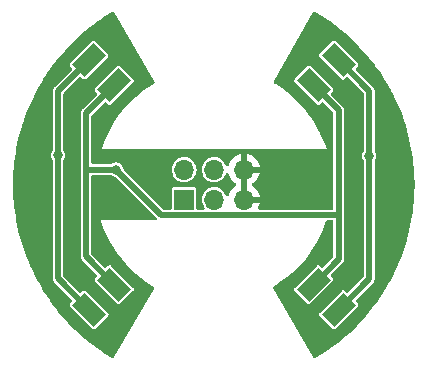
<source format=gbr>
%TF.GenerationSoftware,KiCad,Pcbnew,(7.0.0)*%
%TF.CreationDate,2023-11-14T12:34:17+01:00*%
%TF.ProjectId,Helios_PCB_emitter,48656c69-6f73-45f5-9043-425f656d6974,rev?*%
%TF.SameCoordinates,Original*%
%TF.FileFunction,Copper,L1,Top*%
%TF.FilePolarity,Positive*%
%FSLAX46Y46*%
G04 Gerber Fmt 4.6, Leading zero omitted, Abs format (unit mm)*
G04 Created by KiCad (PCBNEW (7.0.0)) date 2023-11-14 12:34:17*
%MOMM*%
%LPD*%
G01*
G04 APERTURE LIST*
G04 Aperture macros list*
%AMRotRect*
0 Rectangle, with rotation*
0 The origin of the aperture is its center*
0 $1 length*
0 $2 width*
0 $3 Rotation angle, in degrees counterclockwise*
0 Add horizontal line*
21,1,$1,$2,0,0,$3*%
G04 Aperture macros list end*
%TA.AperFunction,SMDPad,CuDef*%
%ADD10RotRect,1.500000X2.600000X135.000000*%
%TD*%
%TA.AperFunction,SMDPad,CuDef*%
%ADD11RotRect,1.500000X2.600000X225.000000*%
%TD*%
%TA.AperFunction,SMDPad,CuDef*%
%ADD12RotRect,1.500000X2.600000X315.000000*%
%TD*%
%TA.AperFunction,ComponentPad*%
%ADD13R,1.700000X1.700000*%
%TD*%
%TA.AperFunction,ComponentPad*%
%ADD14O,1.700000X1.700000*%
%TD*%
%TA.AperFunction,SMDPad,CuDef*%
%ADD15RotRect,1.500000X2.600000X45.000000*%
%TD*%
%TA.AperFunction,ViaPad*%
%ADD16C,0.800000*%
%TD*%
%TA.AperFunction,Conductor*%
%ADD17C,0.500000*%
%TD*%
G04 APERTURE END LIST*
D10*
%TO.P,D1,1,K*%
%TO.N,Net-(D0-K)*%
X175560659Y-110560659D03*
%TO.P,D1,2,A*%
%TO.N,Net-(D0-A)*%
X173439339Y-108439339D03*
%TD*%
D11*
%TO.P,D0,1,K*%
%TO.N,Net-(D0-K)*%
X175560659Y-89439339D03*
%TO.P,D0,2,A*%
%TO.N,Net-(D0-A)*%
X173439339Y-91560659D03*
%TD*%
D12*
%TO.P,D3,1,K*%
%TO.N,Net-(D0-K)*%
X154439339Y-89439339D03*
%TO.P,D3,2,A*%
%TO.N,Net-(D0-A)*%
X156560659Y-91560659D03*
%TD*%
D13*
%TO.P,J1,1,Pin_1*%
%TO.N,VCC*%
X162474999Y-101249399D03*
D14*
%TO.P,J1,2,Pin_2*%
X162474999Y-98709399D03*
%TO.P,J1,3,Pin_3*%
%TO.N,S0*%
X165014999Y-101249399D03*
%TO.P,J1,4,Pin_4*%
%TO.N,S1*%
X165014999Y-98709399D03*
%TO.P,J1,5,Pin_5*%
%TO.N,GND*%
X167554999Y-101249399D03*
%TO.P,J1,6,Pin_6*%
X167554999Y-98709399D03*
%TD*%
D15*
%TO.P,D2,1,K*%
%TO.N,Net-(D0-K)*%
X154439339Y-110560659D03*
%TO.P,D2,2,A*%
%TO.N,Net-(D0-A)*%
X156560659Y-108439339D03*
%TD*%
D16*
%TO.N,Net-(D0-K)*%
X178155600Y-97536000D03*
X151801600Y-97485200D03*
%TO.N,Net-(D0-A)*%
X156718000Y-98704400D03*
%TD*%
D17*
%TO.N,Net-(D0-K)*%
X178155600Y-97536000D02*
X178155600Y-107965720D01*
X178155600Y-107965720D02*
X175560660Y-110560660D01*
X151801600Y-92077080D02*
X154439340Y-89439340D01*
X178155600Y-92034280D02*
X175560660Y-89439340D01*
X151801600Y-97485200D02*
X151801600Y-92077080D01*
X151801600Y-107922920D02*
X154439340Y-110560660D01*
X151801600Y-97485200D02*
X151801600Y-107922920D01*
X178155600Y-97536000D02*
X178155600Y-92034280D01*
%TO.N,Net-(D0-A)*%
X175560660Y-93681980D02*
X173439340Y-91560660D01*
X160563000Y-102549400D02*
X175525660Y-102549400D01*
X156560660Y-108439340D02*
X154178000Y-106056680D01*
X154178000Y-106056680D02*
X154178000Y-98704400D01*
X154178000Y-97891600D02*
X154178000Y-93943320D01*
X154178000Y-98704400D02*
X154178000Y-97891600D01*
X175560660Y-102514400D02*
X175560660Y-106318020D01*
X175525660Y-102549400D02*
X175560660Y-102514400D01*
X175560660Y-102514400D02*
X175560660Y-93681980D01*
X154178000Y-93943320D02*
X156560660Y-91560660D01*
X156718000Y-98704400D02*
X154178000Y-98704400D01*
X175560660Y-106318020D02*
X173439340Y-108439340D01*
X156718000Y-98704400D02*
X160563000Y-102549400D01*
%TD*%
%TA.AperFunction,Conductor*%
%TO.N,GND*%
G36*
X156529222Y-85336528D02*
G01*
X156576168Y-85383179D01*
X159943540Y-91226560D01*
X159962175Y-91258897D01*
X159979005Y-91321911D01*
X159962073Y-91384898D01*
X159915915Y-91430980D01*
X159780618Y-91508945D01*
X159780597Y-91508957D01*
X159779061Y-91509843D01*
X159777573Y-91510817D01*
X159777561Y-91510825D01*
X159304647Y-91820579D01*
X159304620Y-91820597D01*
X159303154Y-91821558D01*
X159301731Y-91822610D01*
X159301712Y-91822624D01*
X158847258Y-92158844D01*
X158847240Y-92158857D01*
X158845806Y-92159919D01*
X158844449Y-92161048D01*
X158844420Y-92161071D01*
X158409894Y-92522670D01*
X158409868Y-92522692D01*
X158408510Y-92523823D01*
X158407199Y-92525046D01*
X158407190Y-92525055D01*
X157994006Y-92910853D01*
X157992688Y-92912084D01*
X157991464Y-92913364D01*
X157991449Y-92913380D01*
X157605581Y-93317278D01*
X157599696Y-93323438D01*
X157598543Y-93324790D01*
X157598531Y-93324805D01*
X157231990Y-93755164D01*
X157231969Y-93755189D01*
X157230815Y-93756545D01*
X157229725Y-93757982D01*
X157229719Y-93757991D01*
X156888338Y-94208550D01*
X156888328Y-94208563D01*
X156887246Y-94209992D01*
X156886240Y-94211489D01*
X156886238Y-94211493D01*
X156571102Y-94680822D01*
X156571084Y-94680848D01*
X156570108Y-94682304D01*
X156569208Y-94683824D01*
X156569205Y-94683830D01*
X156281347Y-95170398D01*
X156281334Y-95170420D01*
X156280435Y-95171941D01*
X156279616Y-95173524D01*
X156279605Y-95173545D01*
X156020005Y-95675692D01*
X156019992Y-95675717D01*
X156019171Y-95677307D01*
X156018443Y-95678936D01*
X156018429Y-95678966D01*
X155787908Y-96195094D01*
X155787898Y-96195116D01*
X155787166Y-96196757D01*
X155786527Y-96198437D01*
X155786523Y-96198449D01*
X155589924Y-96716098D01*
X155585177Y-96728598D01*
X155584646Y-96730278D01*
X155584634Y-96730314D01*
X155504414Y-96984360D01*
X155504414Y-96984362D01*
X155499534Y-96999817D01*
X155499459Y-97000000D01*
X155499468Y-97000022D01*
X155499373Y-97000326D01*
X155499825Y-97000468D01*
X155499901Y-97000500D01*
X155499923Y-97000499D01*
X155500326Y-97000627D01*
X155500366Y-97000499D01*
X174542143Y-96987076D01*
X174542184Y-96987203D01*
X174542586Y-96987076D01*
X174542610Y-96987076D01*
X174542688Y-96987043D01*
X174543137Y-96986902D01*
X174543041Y-96986598D01*
X174543051Y-96986576D01*
X174542981Y-96986407D01*
X174457104Y-96714402D01*
X174254593Y-96181036D01*
X174022028Y-95660072D01*
X173988553Y-95595277D01*
X173760983Y-95154782D01*
X173760979Y-95154776D01*
X173760166Y-95153201D01*
X173469857Y-94662069D01*
X173152042Y-94188272D01*
X173147382Y-94182115D01*
X173005267Y-93994330D01*
X172807755Y-93733347D01*
X172438113Y-93298773D01*
X172149963Y-92996708D01*
X172045550Y-92887252D01*
X172045540Y-92887242D01*
X172044317Y-92885960D01*
X171627646Y-92496248D01*
X171189452Y-92130905D01*
X171188017Y-92129841D01*
X171188003Y-92129830D01*
X170732611Y-91792192D01*
X170732604Y-91792187D01*
X170731158Y-91791115D01*
X170541431Y-91666541D01*
X170255773Y-91478979D01*
X170255763Y-91478973D01*
X170254254Y-91477982D01*
X170252701Y-91477085D01*
X170252687Y-91477076D01*
X170168192Y-91428255D01*
X170116457Y-91398362D01*
X170070418Y-91352338D01*
X170053495Y-91289478D01*
X170070205Y-91226562D01*
X173422685Y-85383511D01*
X173469611Y-85336733D01*
X173533786Y-85320232D01*
X173597458Y-85338573D01*
X174175822Y-85690429D01*
X174180853Y-85693656D01*
X174661767Y-86018578D01*
X174661910Y-86018737D01*
X174661939Y-86018695D01*
X174853484Y-86148573D01*
X174858187Y-86151922D01*
X175271481Y-86460811D01*
X175509196Y-86639504D01*
X175513531Y-86642918D01*
X175800374Y-86879401D01*
X175890131Y-86953400D01*
X175890507Y-86953712D01*
X176140375Y-87161345D01*
X176144537Y-87164960D01*
X176494330Y-87482499D01*
X176494615Y-87482760D01*
X176494908Y-87483028D01*
X176745740Y-87713024D01*
X176749622Y-87716739D01*
X177076899Y-88043587D01*
X177077441Y-88044132D01*
X177323804Y-88293190D01*
X177327407Y-88296986D01*
X177552629Y-88544432D01*
X177634296Y-88634158D01*
X177634871Y-88634795D01*
X177873256Y-88900524D01*
X177876581Y-88904384D01*
X178163858Y-89251908D01*
X178164522Y-89252718D01*
X178392808Y-89533601D01*
X178395857Y-89537507D01*
X178664045Y-89895364D01*
X178664752Y-89896317D01*
X178881254Y-90190949D01*
X178884031Y-90194883D01*
X179133269Y-90562739D01*
X179134007Y-90563841D01*
X179337465Y-90871044D01*
X179339974Y-90874990D01*
X179570202Y-91252315D01*
X179570958Y-91253570D01*
X179760392Y-91572317D01*
X179762621Y-91576226D01*
X179973765Y-91962524D01*
X179974500Y-91963890D01*
X180001928Y-92015626D01*
X180149012Y-92293065D01*
X180151004Y-92296985D01*
X180342878Y-92691597D01*
X180343630Y-92693172D01*
X180502492Y-93031732D01*
X180504235Y-93035616D01*
X180676617Y-93437793D01*
X180677346Y-93439531D01*
X180819951Y-93786475D01*
X180821455Y-93790308D01*
X180974169Y-94199378D01*
X180974861Y-94201280D01*
X181100718Y-94555684D01*
X181101990Y-94559453D01*
X181141297Y-94682304D01*
X181234780Y-94974483D01*
X181235410Y-94976512D01*
X181344098Y-95337459D01*
X181345149Y-95341151D01*
X181457855Y-95761410D01*
X181458431Y-95763640D01*
X181549540Y-96130009D01*
X181550380Y-96133612D01*
X181642844Y-96558294D01*
X181643340Y-96560686D01*
X181716578Y-96931521D01*
X181717219Y-96935022D01*
X181728071Y-96999499D01*
X181760130Y-97189988D01*
X181789272Y-97363136D01*
X181789674Y-97365687D01*
X181844827Y-97740131D01*
X181845279Y-97743521D01*
X181896819Y-98174223D01*
X181897114Y-98176929D01*
X181933987Y-98553929D01*
X181934263Y-98557198D01*
X181965222Y-98989701D01*
X181965394Y-98992557D01*
X181983854Y-99370956D01*
X181983968Y-99374095D01*
X181994296Y-99807549D01*
X181994332Y-99810550D01*
X181994332Y-100189450D01*
X181994296Y-100192451D01*
X181983968Y-100625903D01*
X181983854Y-100629042D01*
X181965394Y-101007441D01*
X181965222Y-101010297D01*
X181934263Y-101442800D01*
X181933987Y-101446069D01*
X181897114Y-101823069D01*
X181896819Y-101825775D01*
X181845279Y-102256477D01*
X181844827Y-102259867D01*
X181789674Y-102634311D01*
X181789272Y-102636862D01*
X181717219Y-103064976D01*
X181716578Y-103068477D01*
X181643340Y-103439312D01*
X181642844Y-103441704D01*
X181550380Y-103866386D01*
X181549540Y-103869989D01*
X181458431Y-104236358D01*
X181457855Y-104238588D01*
X181345149Y-104658847D01*
X181344098Y-104662539D01*
X181235410Y-105023486D01*
X181234768Y-105025553D01*
X181101990Y-105440545D01*
X181100718Y-105444314D01*
X180974861Y-105798718D01*
X180974169Y-105800620D01*
X180821455Y-106209690D01*
X180819951Y-106213523D01*
X180677346Y-106560467D01*
X180676617Y-106562205D01*
X180504235Y-106964382D01*
X180502492Y-106968266D01*
X180343630Y-107306826D01*
X180342878Y-107308401D01*
X180151004Y-107703013D01*
X180149012Y-107706933D01*
X179974508Y-108036094D01*
X179973747Y-108037508D01*
X179762639Y-108423740D01*
X179760392Y-108427681D01*
X179570958Y-108746428D01*
X179570202Y-108747683D01*
X179339974Y-109125008D01*
X179337465Y-109128954D01*
X179134007Y-109436157D01*
X179133269Y-109437259D01*
X178884031Y-109805115D01*
X178881254Y-109809049D01*
X178664752Y-110103681D01*
X178664045Y-110104634D01*
X178395857Y-110462491D01*
X178392808Y-110466397D01*
X178164522Y-110747280D01*
X178163858Y-110748090D01*
X177876581Y-111095614D01*
X177873256Y-111099474D01*
X177634871Y-111365203D01*
X177634263Y-111365877D01*
X177327407Y-111703012D01*
X177323804Y-111706808D01*
X177077441Y-111955866D01*
X177076899Y-111956411D01*
X176749622Y-112283259D01*
X176745740Y-112286974D01*
X176494710Y-112517152D01*
X176494245Y-112517576D01*
X176144537Y-112835038D01*
X176140375Y-112838653D01*
X175890507Y-113046286D01*
X175890131Y-113046598D01*
X175513570Y-113357050D01*
X175509128Y-113360547D01*
X175271866Y-113538899D01*
X175271587Y-113539109D01*
X174858203Y-113848065D01*
X174853485Y-113851425D01*
X174661940Y-113981304D01*
X174661766Y-113981421D01*
X174180863Y-114306336D01*
X174175811Y-114309577D01*
X173597255Y-114661548D01*
X173533659Y-114679889D01*
X173469541Y-114663465D01*
X173422595Y-114616809D01*
X171309579Y-110949569D01*
X173906664Y-110949569D01*
X173909085Y-110961741D01*
X173919802Y-111015626D01*
X173919803Y-111015628D01*
X173922224Y-111027800D01*
X173955352Y-111077380D01*
X175043940Y-112165968D01*
X175093520Y-112199096D01*
X175171751Y-112214656D01*
X175249983Y-112199096D01*
X175299562Y-112165968D01*
X177165968Y-110299562D01*
X177199096Y-110249983D01*
X177214656Y-110171751D01*
X177199096Y-110093520D01*
X177165968Y-110043940D01*
X177029319Y-109907291D01*
X176996708Y-109850808D01*
X176996708Y-109785586D01*
X177029317Y-109729106D01*
X178451266Y-108307156D01*
X178461782Y-108297758D01*
X178489570Y-108275599D01*
X178521765Y-108228376D01*
X178524428Y-108224621D01*
X178558393Y-108178603D01*
X178561230Y-108170494D01*
X178566072Y-108163393D01*
X178582906Y-108108812D01*
X178584379Y-108104336D01*
X178595471Y-108072638D01*
X178603246Y-108050420D01*
X178603567Y-108041832D01*
X178606100Y-108033622D01*
X178606100Y-107976506D01*
X178606188Y-107971795D01*
X178607379Y-107939955D01*
X178608324Y-107914710D01*
X178606522Y-107907986D01*
X178606100Y-107900463D01*
X178606100Y-97978099D01*
X178612787Y-97937598D01*
X178632137Y-97901395D01*
X178675109Y-97845392D01*
X178680136Y-97838841D01*
X178740644Y-97692762D01*
X178761282Y-97536000D01*
X178740644Y-97379238D01*
X178680136Y-97233159D01*
X178675110Y-97226609D01*
X178675109Y-97226607D01*
X178632137Y-97170605D01*
X178612787Y-97134402D01*
X178606100Y-97093901D01*
X178606100Y-92066659D01*
X178606892Y-92052552D01*
X178607035Y-92051281D01*
X178610870Y-92017245D01*
X178600243Y-91961085D01*
X178599460Y-91956474D01*
X178598419Y-91949569D01*
X178590948Y-91899993D01*
X178587220Y-91892253D01*
X178585623Y-91883808D01*
X178558915Y-91833276D01*
X178556809Y-91829104D01*
X178536124Y-91786149D01*
X178536122Y-91786146D01*
X178532025Y-91777638D01*
X178526179Y-91771338D01*
X178522165Y-91763742D01*
X178481790Y-91723367D01*
X178478521Y-91719974D01*
X178439655Y-91678086D01*
X178433624Y-91674604D01*
X178428001Y-91669578D01*
X177029320Y-90270897D01*
X176996708Y-90214413D01*
X176996709Y-90149190D01*
X177029318Y-90092709D01*
X177165968Y-89956060D01*
X177199096Y-89906480D01*
X177214656Y-89828249D01*
X177199096Y-89750017D01*
X177165968Y-89700438D01*
X175299562Y-87834032D01*
X175249983Y-87800904D01*
X175237808Y-87798482D01*
X175237807Y-87798482D01*
X175183923Y-87787765D01*
X175171751Y-87785344D01*
X175159579Y-87787765D01*
X175105693Y-87798482D01*
X175105689Y-87798483D01*
X175093520Y-87800904D01*
X175083201Y-87807798D01*
X175083198Y-87807800D01*
X175049087Y-87830592D01*
X175049080Y-87830596D01*
X175043940Y-87834032D01*
X175039567Y-87838404D01*
X175039562Y-87838409D01*
X173959729Y-88918242D01*
X173959724Y-88918247D01*
X173955352Y-88922620D01*
X173951916Y-88927760D01*
X173951912Y-88927767D01*
X173929120Y-88961878D01*
X173929118Y-88961881D01*
X173922224Y-88972200D01*
X173919803Y-88984369D01*
X173919802Y-88984373D01*
X173909239Y-89037481D01*
X173906664Y-89050431D01*
X173922224Y-89128663D01*
X173955352Y-89178242D01*
X175821758Y-91044648D01*
X175871337Y-91077776D01*
X175949569Y-91093336D01*
X176027800Y-91077776D01*
X176077380Y-91044648D01*
X176214027Y-90908001D01*
X176270511Y-90875389D01*
X176335733Y-90875389D01*
X176392217Y-90908001D01*
X177668195Y-92183979D01*
X177695509Y-92224856D01*
X177705100Y-92273074D01*
X177705100Y-97093901D01*
X177698413Y-97134402D01*
X177679063Y-97170605D01*
X177636090Y-97226607D01*
X177636085Y-97226614D01*
X177631064Y-97233159D01*
X177627906Y-97240782D01*
X177627903Y-97240788D01*
X177576180Y-97365660D01*
X177570556Y-97379238D01*
X177569479Y-97387418D01*
X177569477Y-97387426D01*
X177559397Y-97463999D01*
X177549918Y-97536000D01*
X177550996Y-97544188D01*
X177569477Y-97684573D01*
X177569478Y-97684579D01*
X177570556Y-97692762D01*
X177573715Y-97700390D01*
X177573716Y-97700391D01*
X177627903Y-97831211D01*
X177627904Y-97831214D01*
X177631064Y-97838841D01*
X177636087Y-97845388D01*
X177636090Y-97845392D01*
X177679063Y-97901395D01*
X177698413Y-97937598D01*
X177705100Y-97978099D01*
X177705100Y-107726927D01*
X177695509Y-107775145D01*
X177668195Y-107816022D01*
X176392217Y-109091999D01*
X176335733Y-109124611D01*
X176270511Y-109124611D01*
X176214027Y-109091999D01*
X176081757Y-108959729D01*
X176081757Y-108959728D01*
X176077380Y-108955352D01*
X176072230Y-108951911D01*
X176038121Y-108929120D01*
X176038120Y-108929119D01*
X176027800Y-108922224D01*
X176015628Y-108919803D01*
X176015626Y-108919802D01*
X175961741Y-108909085D01*
X175949569Y-108906664D01*
X175937397Y-108909085D01*
X175883512Y-108919802D01*
X175883509Y-108919802D01*
X175871337Y-108922224D01*
X175861017Y-108929119D01*
X175861016Y-108929120D01*
X175826904Y-108951913D01*
X175826900Y-108951915D01*
X175821758Y-108955352D01*
X175817384Y-108959725D01*
X175817379Y-108959730D01*
X173959730Y-110817379D01*
X173959725Y-110817384D01*
X173955352Y-110821758D01*
X173951915Y-110826900D01*
X173951913Y-110826904D01*
X173929120Y-110861016D01*
X173922224Y-110871337D01*
X173906664Y-110949569D01*
X171309579Y-110949569D01*
X170037270Y-108741416D01*
X170020445Y-108678403D01*
X170037382Y-108615417D01*
X170083540Y-108569340D01*
X170220424Y-108490473D01*
X170696391Y-108178759D01*
X171153795Y-107840394D01*
X171591146Y-107476480D01*
X172007020Y-107088204D01*
X172400061Y-106676831D01*
X172768988Y-106243700D01*
X173112600Y-105790224D01*
X173429776Y-105317880D01*
X173719483Y-104828207D01*
X173980777Y-104322802D01*
X174212807Y-103803310D01*
X174414816Y-103271424D01*
X174472748Y-103087960D01*
X174498799Y-103042109D01*
X174541333Y-103010936D01*
X174592900Y-102999900D01*
X174984160Y-102999900D01*
X175047160Y-103016781D01*
X175093279Y-103062900D01*
X175110160Y-103125900D01*
X175110160Y-106079226D01*
X175100569Y-106127444D01*
X175073255Y-106168322D01*
X174270896Y-106970679D01*
X174214412Y-107003290D01*
X174149190Y-107003290D01*
X174092706Y-106970678D01*
X173960437Y-106838409D01*
X173960436Y-106838408D01*
X173956060Y-106834032D01*
X173950910Y-106830591D01*
X173916801Y-106807800D01*
X173916800Y-106807799D01*
X173906480Y-106800904D01*
X173894308Y-106798483D01*
X173894306Y-106798482D01*
X173840421Y-106787765D01*
X173828249Y-106785344D01*
X173816077Y-106787765D01*
X173762192Y-106798482D01*
X173762189Y-106798482D01*
X173750017Y-106800904D01*
X173739697Y-106807799D01*
X173739696Y-106807800D01*
X173705584Y-106830593D01*
X173705580Y-106830595D01*
X173700438Y-106834032D01*
X173696064Y-106838405D01*
X173696059Y-106838410D01*
X171838410Y-108696059D01*
X171838405Y-108696064D01*
X171834032Y-108700438D01*
X171830595Y-108705580D01*
X171830593Y-108705584D01*
X171818886Y-108723105D01*
X171800904Y-108750017D01*
X171785344Y-108828249D01*
X171787765Y-108840421D01*
X171798482Y-108894306D01*
X171798483Y-108894308D01*
X171800904Y-108906480D01*
X171807799Y-108916800D01*
X171807800Y-108916801D01*
X171811423Y-108922224D01*
X171834032Y-108956060D01*
X172922620Y-110044648D01*
X172972200Y-110077776D01*
X173050431Y-110093336D01*
X173128663Y-110077776D01*
X173178242Y-110044648D01*
X175044648Y-108178242D01*
X175077776Y-108128663D01*
X175093336Y-108050431D01*
X175077776Y-107972200D01*
X175044648Y-107922620D01*
X174908000Y-107785971D01*
X174875388Y-107729488D01*
X174875388Y-107664266D01*
X174907997Y-107607784D01*
X175856329Y-106659452D01*
X175866837Y-106650062D01*
X175894630Y-106627899D01*
X175926851Y-106580638D01*
X175929497Y-106576908D01*
X175963453Y-106530902D01*
X175966289Y-106522795D01*
X175971132Y-106515693D01*
X175987973Y-106461089D01*
X175989445Y-106456618D01*
X176004752Y-106412874D01*
X176008306Y-106402719D01*
X176008627Y-106394132D01*
X176011160Y-106385922D01*
X176011160Y-106328822D01*
X176011248Y-106324110D01*
X176011970Y-106304817D01*
X176013385Y-106267010D01*
X176011582Y-106260283D01*
X176011160Y-106252754D01*
X176011160Y-102525186D01*
X176011248Y-102520475D01*
X176013384Y-102463390D01*
X176011582Y-102456666D01*
X176011160Y-102449143D01*
X176011160Y-93714359D01*
X176011952Y-93700252D01*
X176012095Y-93698981D01*
X176015930Y-93664945D01*
X176005308Y-93608810D01*
X176004521Y-93604176D01*
X175997415Y-93557030D01*
X175996008Y-93547693D01*
X175992282Y-93539956D01*
X175990684Y-93531509D01*
X175963974Y-93480972D01*
X175961881Y-93476828D01*
X175937085Y-93425338D01*
X175931241Y-93419039D01*
X175927226Y-93411443D01*
X175886851Y-93371068D01*
X175883581Y-93367674D01*
X175844715Y-93325786D01*
X175838684Y-93322304D01*
X175833061Y-93317278D01*
X174908000Y-92392217D01*
X174875388Y-92335733D01*
X174875389Y-92270510D01*
X174907998Y-92214029D01*
X175044648Y-92077380D01*
X175077776Y-92027800D01*
X175093336Y-91949569D01*
X175077776Y-91871337D01*
X175044648Y-91821758D01*
X173178242Y-89955352D01*
X173128663Y-89922224D01*
X173116488Y-89919802D01*
X173116487Y-89919802D01*
X173062603Y-89909085D01*
X173050431Y-89906664D01*
X173038259Y-89909085D01*
X172984373Y-89919802D01*
X172984369Y-89919803D01*
X172972200Y-89922224D01*
X172961881Y-89929118D01*
X172961878Y-89929120D01*
X172927767Y-89951912D01*
X172927760Y-89951916D01*
X172922620Y-89955352D01*
X172918247Y-89959724D01*
X172918242Y-89959729D01*
X171838409Y-91039562D01*
X171838404Y-91039567D01*
X171834032Y-91043940D01*
X171830596Y-91049080D01*
X171830592Y-91049087D01*
X171807800Y-91083198D01*
X171807798Y-91083201D01*
X171800904Y-91093520D01*
X171798483Y-91105689D01*
X171798482Y-91105693D01*
X171791066Y-91142980D01*
X171785344Y-91171751D01*
X171800904Y-91249983D01*
X171834032Y-91299562D01*
X173700438Y-93165968D01*
X173750017Y-93199096D01*
X173828249Y-93214656D01*
X173906480Y-93199096D01*
X173956060Y-93165968D01*
X174092709Y-93029318D01*
X174149190Y-92996709D01*
X174214413Y-92996708D01*
X174270897Y-93029320D01*
X175073255Y-93831678D01*
X175100569Y-93872555D01*
X175110160Y-93920773D01*
X175110160Y-101972900D01*
X175093279Y-102035900D01*
X175047160Y-102082019D01*
X174984160Y-102098900D01*
X168854960Y-102098900D01*
X168790462Y-102081141D01*
X168744146Y-102032869D01*
X168729068Y-101967692D01*
X168748475Y-101907111D01*
X168748086Y-101906901D01*
X168749206Y-101904830D01*
X168749478Y-101903983D01*
X168750567Y-101902315D01*
X168755511Y-101893178D01*
X168841729Y-101696623D01*
X168845099Y-101686808D01*
X168888013Y-101517343D01*
X168888248Y-101505965D01*
X168877160Y-101503400D01*
X167427000Y-101503400D01*
X167364000Y-101486519D01*
X167317881Y-101440400D01*
X167301000Y-101377400D01*
X167301000Y-100978810D01*
X167809000Y-100978810D01*
X167812506Y-100991893D01*
X167825590Y-100995400D01*
X168877160Y-100995400D01*
X168888248Y-100992834D01*
X168888013Y-100981456D01*
X168845099Y-100811991D01*
X168841729Y-100802176D01*
X168755511Y-100605621D01*
X168750568Y-100596486D01*
X168633177Y-100416806D01*
X168626789Y-100408600D01*
X168481432Y-100250699D01*
X168473788Y-100243662D01*
X168304411Y-100111831D01*
X168295718Y-100106152D01*
X168266267Y-100090214D01*
X168217995Y-100043898D01*
X168200236Y-99979400D01*
X168217995Y-99914902D01*
X168266267Y-99868586D01*
X168295718Y-99852647D01*
X168304411Y-99846968D01*
X168473788Y-99715137D01*
X168481432Y-99708100D01*
X168626789Y-99550199D01*
X168633177Y-99541993D01*
X168750568Y-99362313D01*
X168755511Y-99353178D01*
X168841729Y-99156623D01*
X168845099Y-99146808D01*
X168888013Y-98977343D01*
X168888248Y-98965965D01*
X168877160Y-98963400D01*
X167825590Y-98963400D01*
X167812506Y-98966906D01*
X167809000Y-98979990D01*
X167809000Y-100978810D01*
X167301000Y-100978810D01*
X167301000Y-98438810D01*
X167809000Y-98438810D01*
X167812506Y-98451893D01*
X167825590Y-98455400D01*
X168877160Y-98455400D01*
X168888248Y-98452834D01*
X168888013Y-98441456D01*
X168845099Y-98271991D01*
X168841729Y-98262176D01*
X168755511Y-98065621D01*
X168750568Y-98056486D01*
X168633177Y-97876806D01*
X168626789Y-97868600D01*
X168481432Y-97710699D01*
X168473788Y-97703662D01*
X168304411Y-97571831D01*
X168295718Y-97566152D01*
X168106957Y-97463999D01*
X168097440Y-97459824D01*
X167894442Y-97390135D01*
X167884372Y-97387585D01*
X167822538Y-97377267D01*
X167811401Y-97377843D01*
X167809000Y-97388736D01*
X167809000Y-98438810D01*
X167301000Y-98438810D01*
X167301000Y-97388736D01*
X167298598Y-97377843D01*
X167287461Y-97377267D01*
X167225627Y-97387585D01*
X167215557Y-97390135D01*
X167012559Y-97459824D01*
X167003042Y-97463999D01*
X166814281Y-97566152D01*
X166805588Y-97571831D01*
X166636211Y-97703662D01*
X166628567Y-97710699D01*
X166483210Y-97868600D01*
X166476822Y-97876806D01*
X166359431Y-98056486D01*
X166354488Y-98065621D01*
X166268270Y-98262176D01*
X166264897Y-98272000D01*
X166246525Y-98344551D01*
X166215028Y-98401136D01*
X166159584Y-98434602D01*
X166094840Y-98436107D01*
X166037900Y-98405255D01*
X166003806Y-98350194D01*
X165992027Y-98311364D01*
X165990232Y-98305446D01*
X165892685Y-98122950D01*
X165761410Y-97962990D01*
X165601450Y-97831715D01*
X165595993Y-97828798D01*
X165424409Y-97737083D01*
X165424402Y-97737080D01*
X165418954Y-97734168D01*
X165413039Y-97732373D01*
X165413035Y-97732372D01*
X165226859Y-97675897D01*
X165226856Y-97675896D01*
X165220934Y-97674100D01*
X165214774Y-97673493D01*
X165214768Y-97673492D01*
X165021163Y-97654424D01*
X165015000Y-97653817D01*
X165008837Y-97654424D01*
X164815231Y-97673492D01*
X164815223Y-97673493D01*
X164809066Y-97674100D01*
X164803145Y-97675895D01*
X164803140Y-97675897D01*
X164616964Y-97732372D01*
X164616956Y-97732375D01*
X164611046Y-97734168D01*
X164605600Y-97737078D01*
X164605590Y-97737083D01*
X164434006Y-97828798D01*
X164434000Y-97828801D01*
X164428550Y-97831715D01*
X164423773Y-97835635D01*
X164423769Y-97835638D01*
X164273369Y-97959067D01*
X164273363Y-97959072D01*
X164268590Y-97962990D01*
X164264672Y-97967763D01*
X164264667Y-97967769D01*
X164141238Y-98118169D01*
X164141235Y-98118173D01*
X164137315Y-98122950D01*
X164134401Y-98128400D01*
X164134398Y-98128406D01*
X164042683Y-98299990D01*
X164042678Y-98300000D01*
X164039768Y-98305446D01*
X164037975Y-98311356D01*
X164037972Y-98311364D01*
X163981497Y-98497540D01*
X163981495Y-98497545D01*
X163979700Y-98503466D01*
X163979093Y-98509623D01*
X163979092Y-98509631D01*
X163964909Y-98653639D01*
X163959417Y-98709400D01*
X163960024Y-98715563D01*
X163979092Y-98909168D01*
X163979093Y-98909174D01*
X163979700Y-98915334D01*
X163981496Y-98921256D01*
X163981497Y-98921259D01*
X164037972Y-99107435D01*
X164037973Y-99107439D01*
X164039768Y-99113354D01*
X164042680Y-99118802D01*
X164042683Y-99118809D01*
X164095649Y-99217900D01*
X164137315Y-99295850D01*
X164268590Y-99455810D01*
X164428550Y-99587085D01*
X164519798Y-99635858D01*
X164605590Y-99681716D01*
X164605592Y-99681717D01*
X164611046Y-99684632D01*
X164809066Y-99744700D01*
X165015000Y-99764983D01*
X165220934Y-99744700D01*
X165418954Y-99684632D01*
X165601450Y-99587085D01*
X165761410Y-99455810D01*
X165892685Y-99295850D01*
X165990232Y-99113354D01*
X166003806Y-99068604D01*
X166037900Y-99013545D01*
X166094840Y-98982692D01*
X166159583Y-98984197D01*
X166215028Y-99017663D01*
X166246525Y-99074249D01*
X166264896Y-99146796D01*
X166268270Y-99156623D01*
X166354488Y-99353178D01*
X166359431Y-99362313D01*
X166476822Y-99541993D01*
X166483210Y-99550199D01*
X166628567Y-99708100D01*
X166636211Y-99715137D01*
X166805588Y-99846968D01*
X166814285Y-99852650D01*
X166843733Y-99868587D01*
X166892004Y-99914903D01*
X166909763Y-99979400D01*
X166892004Y-100043897D01*
X166843733Y-100090213D01*
X166814285Y-100106149D01*
X166805588Y-100111831D01*
X166636211Y-100243662D01*
X166628567Y-100250699D01*
X166483210Y-100408600D01*
X166476822Y-100416806D01*
X166359431Y-100596486D01*
X166354488Y-100605621D01*
X166268270Y-100802176D01*
X166264897Y-100812000D01*
X166246525Y-100884551D01*
X166215028Y-100941136D01*
X166159584Y-100974602D01*
X166094840Y-100976107D01*
X166037900Y-100945255D01*
X166003806Y-100890194D01*
X165992027Y-100851364D01*
X165990232Y-100845446D01*
X165892685Y-100662950D01*
X165761410Y-100502990D01*
X165601450Y-100371715D01*
X165595993Y-100368798D01*
X165424409Y-100277083D01*
X165424402Y-100277080D01*
X165418954Y-100274168D01*
X165413039Y-100272373D01*
X165413035Y-100272372D01*
X165226859Y-100215897D01*
X165226856Y-100215896D01*
X165220934Y-100214100D01*
X165214774Y-100213493D01*
X165214768Y-100213492D01*
X165021163Y-100194424D01*
X165015000Y-100193817D01*
X165008837Y-100194424D01*
X164815231Y-100213492D01*
X164815223Y-100213493D01*
X164809066Y-100214100D01*
X164803145Y-100215895D01*
X164803140Y-100215897D01*
X164616964Y-100272372D01*
X164616956Y-100272375D01*
X164611046Y-100274168D01*
X164605600Y-100277078D01*
X164605590Y-100277083D01*
X164434006Y-100368798D01*
X164434000Y-100368801D01*
X164428550Y-100371715D01*
X164423773Y-100375635D01*
X164423769Y-100375638D01*
X164273369Y-100499067D01*
X164273363Y-100499072D01*
X164268590Y-100502990D01*
X164264672Y-100507763D01*
X164264667Y-100507769D01*
X164141238Y-100658169D01*
X164141235Y-100658173D01*
X164137315Y-100662950D01*
X164134401Y-100668400D01*
X164134398Y-100668406D01*
X164042683Y-100839990D01*
X164042678Y-100840000D01*
X164039768Y-100845446D01*
X164037975Y-100851356D01*
X164037972Y-100851364D01*
X163981497Y-101037540D01*
X163981495Y-101037545D01*
X163979700Y-101043466D01*
X163979093Y-101049623D01*
X163979092Y-101049631D01*
X163962893Y-101214110D01*
X163959417Y-101249400D01*
X163960024Y-101255563D01*
X163979092Y-101449168D01*
X163979093Y-101449174D01*
X163979700Y-101455334D01*
X163981496Y-101461256D01*
X163981497Y-101461259D01*
X164037972Y-101647435D01*
X164037973Y-101647439D01*
X164039768Y-101653354D01*
X164042680Y-101658802D01*
X164042683Y-101658809D01*
X164131930Y-101825775D01*
X164137315Y-101835850D01*
X164141235Y-101840626D01*
X164141238Y-101840631D01*
X164184189Y-101892967D01*
X164211842Y-101957477D01*
X164200691Y-102026772D01*
X164154199Y-102079352D01*
X164086789Y-102098900D01*
X163651500Y-102098900D01*
X163588500Y-102082019D01*
X163542381Y-102035900D01*
X163525500Y-101972900D01*
X163525500Y-100385839D01*
X163525500Y-100379652D01*
X163513867Y-100321169D01*
X163469552Y-100254848D01*
X163452811Y-100243662D01*
X163413547Y-100217426D01*
X163413546Y-100217425D01*
X163403231Y-100210533D01*
X163344748Y-100198900D01*
X161605252Y-100198900D01*
X161599184Y-100200106D01*
X161599183Y-100200107D01*
X161558939Y-100208112D01*
X161558937Y-100208112D01*
X161546769Y-100210533D01*
X161536454Y-100217424D01*
X161536452Y-100217426D01*
X161490761Y-100247956D01*
X161490758Y-100247958D01*
X161480448Y-100254848D01*
X161473558Y-100265158D01*
X161473556Y-100265161D01*
X161443026Y-100310852D01*
X161443024Y-100310854D01*
X161436133Y-100321169D01*
X161424500Y-100379652D01*
X161424500Y-100385839D01*
X161424500Y-101972900D01*
X161407619Y-102035900D01*
X161361500Y-102082019D01*
X161298500Y-102098900D01*
X160801793Y-102098900D01*
X160753575Y-102089309D01*
X160712698Y-102061995D01*
X157360103Y-98709400D01*
X161419417Y-98709400D01*
X161420024Y-98715563D01*
X161439092Y-98909168D01*
X161439093Y-98909174D01*
X161439700Y-98915334D01*
X161441496Y-98921256D01*
X161441497Y-98921259D01*
X161497972Y-99107435D01*
X161497973Y-99107439D01*
X161499768Y-99113354D01*
X161502680Y-99118802D01*
X161502683Y-99118809D01*
X161555649Y-99217900D01*
X161597315Y-99295850D01*
X161728590Y-99455810D01*
X161888550Y-99587085D01*
X161979798Y-99635858D01*
X162065590Y-99681716D01*
X162065592Y-99681717D01*
X162071046Y-99684632D01*
X162269066Y-99744700D01*
X162475000Y-99764983D01*
X162680934Y-99744700D01*
X162878954Y-99684632D01*
X163061450Y-99587085D01*
X163221410Y-99455810D01*
X163352685Y-99295850D01*
X163450232Y-99113354D01*
X163510300Y-98915334D01*
X163529415Y-98721260D01*
X163529976Y-98715563D01*
X163530583Y-98709400D01*
X163510300Y-98503466D01*
X163450232Y-98305446D01*
X163352685Y-98122950D01*
X163221410Y-97962990D01*
X163061450Y-97831715D01*
X163055993Y-97828798D01*
X162884409Y-97737083D01*
X162884402Y-97737080D01*
X162878954Y-97734168D01*
X162873039Y-97732373D01*
X162873035Y-97732372D01*
X162686859Y-97675897D01*
X162686856Y-97675896D01*
X162680934Y-97674100D01*
X162674774Y-97673493D01*
X162674768Y-97673492D01*
X162481163Y-97654424D01*
X162475000Y-97653817D01*
X162468837Y-97654424D01*
X162275231Y-97673492D01*
X162275223Y-97673493D01*
X162269066Y-97674100D01*
X162263145Y-97675895D01*
X162263140Y-97675897D01*
X162076964Y-97732372D01*
X162076956Y-97732375D01*
X162071046Y-97734168D01*
X162065600Y-97737078D01*
X162065590Y-97737083D01*
X161894006Y-97828798D01*
X161894000Y-97828801D01*
X161888550Y-97831715D01*
X161883773Y-97835635D01*
X161883769Y-97835638D01*
X161733369Y-97959067D01*
X161733363Y-97959072D01*
X161728590Y-97962990D01*
X161724672Y-97967763D01*
X161724667Y-97967769D01*
X161601238Y-98118169D01*
X161601235Y-98118173D01*
X161597315Y-98122950D01*
X161594401Y-98128400D01*
X161594398Y-98128406D01*
X161502683Y-98299990D01*
X161502678Y-98300000D01*
X161499768Y-98305446D01*
X161497975Y-98311356D01*
X161497972Y-98311364D01*
X161441497Y-98497540D01*
X161441495Y-98497545D01*
X161439700Y-98503466D01*
X161439093Y-98509623D01*
X161439092Y-98509631D01*
X161424909Y-98653639D01*
X161419417Y-98709400D01*
X157360103Y-98709400D01*
X157349162Y-98698459D01*
X157325251Y-98665092D01*
X157313335Y-98625809D01*
X157304302Y-98557198D01*
X157303044Y-98547638D01*
X157242536Y-98401559D01*
X157146282Y-98276118D01*
X157020841Y-98179864D01*
X157013214Y-98176704D01*
X157013211Y-98176703D01*
X156882391Y-98122516D01*
X156882390Y-98122515D01*
X156874762Y-98119356D01*
X156866579Y-98118278D01*
X156866573Y-98118277D01*
X156726188Y-98099796D01*
X156718000Y-98098718D01*
X156709812Y-98099796D01*
X156569426Y-98118277D01*
X156569418Y-98118279D01*
X156561238Y-98119356D01*
X156553611Y-98122515D01*
X156553608Y-98122516D01*
X156422788Y-98176703D01*
X156422782Y-98176706D01*
X156415159Y-98179864D01*
X156408614Y-98184885D01*
X156408607Y-98184890D01*
X156352605Y-98227863D01*
X156316402Y-98247213D01*
X156275901Y-98253900D01*
X154754500Y-98253900D01*
X154691500Y-98237019D01*
X154645381Y-98190900D01*
X154628500Y-98127900D01*
X154628500Y-94182115D01*
X154638091Y-94133897D01*
X154665404Y-94093020D01*
X154837651Y-93920773D01*
X155729103Y-93029318D01*
X155785586Y-92996708D01*
X155850808Y-92996708D01*
X155907292Y-93029320D01*
X156043940Y-93165968D01*
X156093520Y-93199096D01*
X156171751Y-93214656D01*
X156249983Y-93199096D01*
X156299562Y-93165968D01*
X158165968Y-91299562D01*
X158199096Y-91249983D01*
X158214656Y-91171751D01*
X158199096Y-91093520D01*
X158165968Y-91043940D01*
X157077380Y-89955352D01*
X157027800Y-89922224D01*
X157015628Y-89919803D01*
X157015626Y-89919802D01*
X156961741Y-89909085D01*
X156949569Y-89906664D01*
X156937397Y-89909085D01*
X156883512Y-89919802D01*
X156883509Y-89919802D01*
X156871337Y-89922224D01*
X156861017Y-89929119D01*
X156861016Y-89929120D01*
X156826904Y-89951913D01*
X156826900Y-89951915D01*
X156821758Y-89955352D01*
X156817384Y-89959725D01*
X156817379Y-89959730D01*
X154959730Y-91817379D01*
X154959725Y-91817384D01*
X154955352Y-91821758D01*
X154951915Y-91826900D01*
X154951913Y-91826904D01*
X154949032Y-91831216D01*
X154922224Y-91871337D01*
X154919802Y-91883509D01*
X154919802Y-91883512D01*
X154917130Y-91896947D01*
X154906664Y-91949569D01*
X154909085Y-91961741D01*
X154919802Y-92015626D01*
X154919803Y-92015628D01*
X154922224Y-92027800D01*
X154929119Y-92038120D01*
X154929120Y-92038121D01*
X154951911Y-92072231D01*
X154955352Y-92077380D01*
X154959727Y-92081755D01*
X154959729Y-92081757D01*
X155091999Y-92214027D01*
X155124611Y-92270511D01*
X155124611Y-92335733D01*
X155091999Y-92392217D01*
X153882342Y-93601873D01*
X153871815Y-93611282D01*
X153844030Y-93633441D01*
X153838714Y-93641237D01*
X153838710Y-93641242D01*
X153811840Y-93680652D01*
X153809117Y-93684490D01*
X153780810Y-93722844D01*
X153780806Y-93722851D01*
X153775207Y-93730438D01*
X153772370Y-93738544D01*
X153767528Y-93745647D01*
X153764748Y-93754657D01*
X153764747Y-93754661D01*
X153750690Y-93800234D01*
X153749218Y-93804707D01*
X153733470Y-93849712D01*
X153733468Y-93849720D01*
X153730354Y-93858621D01*
X153730032Y-93867206D01*
X153727500Y-93875418D01*
X153727500Y-93884854D01*
X153727500Y-93932535D01*
X153727412Y-93937245D01*
X153725276Y-93994330D01*
X153727077Y-94001053D01*
X153727500Y-94008577D01*
X153727500Y-98639443D01*
X153726118Y-98651705D01*
X153726492Y-98651734D01*
X153725786Y-98661147D01*
X153723685Y-98670354D01*
X153724390Y-98679765D01*
X153724390Y-98679770D01*
X153727148Y-98716563D01*
X153727500Y-98725979D01*
X153727500Y-106024301D01*
X153726707Y-106038408D01*
X153722730Y-106073715D01*
X153733352Y-106129857D01*
X153734135Y-106134463D01*
X153741245Y-106181636D01*
X153741246Y-106181639D01*
X153742652Y-106190967D01*
X153746379Y-106198706D01*
X153747977Y-106207152D01*
X153752387Y-106215497D01*
X153752388Y-106215498D01*
X153774674Y-106257665D01*
X153776796Y-106261869D01*
X153801575Y-106313322D01*
X153807417Y-106319619D01*
X153811434Y-106327218D01*
X153818113Y-106333896D01*
X153818113Y-106333897D01*
X153851819Y-106367603D01*
X153855065Y-106370971D01*
X153893945Y-106412874D01*
X153899972Y-106416353D01*
X153905592Y-106421376D01*
X155091998Y-107607781D01*
X155124610Y-107664264D01*
X155124610Y-107729487D01*
X155091999Y-107785971D01*
X154959728Y-107918243D01*
X154959723Y-107918248D01*
X154955352Y-107922620D01*
X154951914Y-107927765D01*
X154951911Y-107927769D01*
X154929120Y-107961878D01*
X154929118Y-107961881D01*
X154922224Y-107972200D01*
X154919803Y-107984369D01*
X154919802Y-107984373D01*
X154914950Y-108008769D01*
X154906664Y-108050431D01*
X154922224Y-108128663D01*
X154955352Y-108178242D01*
X156821758Y-110044648D01*
X156871337Y-110077776D01*
X156949569Y-110093336D01*
X157027800Y-110077776D01*
X157077380Y-110044648D01*
X158165968Y-108956060D01*
X158199096Y-108906480D01*
X158214656Y-108828249D01*
X158199096Y-108750017D01*
X158165968Y-108700438D01*
X156299562Y-106834032D01*
X156249983Y-106800904D01*
X156237808Y-106798482D01*
X156237807Y-106798482D01*
X156183923Y-106787765D01*
X156171751Y-106785344D01*
X156159579Y-106787765D01*
X156105693Y-106798482D01*
X156105689Y-106798483D01*
X156093520Y-106800904D01*
X156083201Y-106807798D01*
X156083198Y-106807800D01*
X156049089Y-106830591D01*
X156049088Y-106830592D01*
X156043940Y-106834032D01*
X156039568Y-106838403D01*
X156039563Y-106838408D01*
X155907291Y-106970679D01*
X155850807Y-107003290D01*
X155785585Y-107003290D01*
X155729101Y-106970678D01*
X154665405Y-105906982D01*
X154638091Y-105866105D01*
X154628500Y-105817887D01*
X154628500Y-99280900D01*
X154645381Y-99217900D01*
X154691500Y-99171781D01*
X154754500Y-99154900D01*
X156275901Y-99154900D01*
X156316402Y-99161587D01*
X156352605Y-99180937D01*
X156408607Y-99223909D01*
X156408609Y-99223910D01*
X156415159Y-99228936D01*
X156561238Y-99289444D01*
X156639410Y-99299735D01*
X156678691Y-99311651D01*
X156712058Y-99335562D01*
X160172722Y-102796225D01*
X160203454Y-102846364D01*
X160208082Y-102904990D01*
X160185600Y-102959331D01*
X160140903Y-102997549D01*
X160083730Y-103011320D01*
X155468966Y-103015104D01*
X155468965Y-103015104D01*
X155450901Y-103015119D01*
X155450861Y-103014993D01*
X155450458Y-103015119D01*
X155450436Y-103015120D01*
X155450360Y-103015151D01*
X155449908Y-103015294D01*
X155450003Y-103015597D01*
X155449994Y-103015620D01*
X155450063Y-103015788D01*
X155454803Y-103030799D01*
X155454803Y-103030801D01*
X155535618Y-103286727D01*
X155536159Y-103288439D01*
X155536796Y-103290116D01*
X155738561Y-103821366D01*
X155738568Y-103821384D01*
X155739205Y-103823060D01*
X155972423Y-104345224D01*
X155973246Y-104346815D01*
X155973247Y-104346818D01*
X156234226Y-104851630D01*
X156234237Y-104851651D01*
X156235055Y-104853232D01*
X156235970Y-104854779D01*
X156235973Y-104854784D01*
X156509029Y-105316329D01*
X156526244Y-105345426D01*
X156527237Y-105346905D01*
X156527239Y-105346908D01*
X156830614Y-105798718D01*
X156845042Y-105820204D01*
X156846131Y-105821642D01*
X156846138Y-105821651D01*
X157183583Y-106267010D01*
X157190410Y-106276020D01*
X157561223Y-106711387D01*
X157956272Y-107124887D01*
X157957583Y-107126111D01*
X157957589Y-107126117D01*
X158372947Y-107513938D01*
X158374271Y-107515174D01*
X158813858Y-107880975D01*
X159065542Y-108067174D01*
X159272164Y-108220036D01*
X159272172Y-108220041D01*
X159273600Y-108221098D01*
X159751999Y-108534436D01*
X159812571Y-108569339D01*
X159890137Y-108614035D01*
X159936296Y-108660117D01*
X159953229Y-108723105D01*
X159936398Y-108786121D01*
X156576170Y-114616821D01*
X156529222Y-114663472D01*
X156465107Y-114679893D01*
X156401514Y-114661552D01*
X155822951Y-114309577D01*
X155817899Y-114306336D01*
X155336995Y-113981421D01*
X155336853Y-113981259D01*
X155336823Y-113981304D01*
X155145277Y-113851425D01*
X155140558Y-113848064D01*
X154727073Y-113539031D01*
X154726794Y-113538822D01*
X154489643Y-113360554D01*
X154485201Y-113357057D01*
X154108502Y-113046493D01*
X154108126Y-113046181D01*
X153858397Y-112838663D01*
X153854235Y-112835048D01*
X153504316Y-112517394D01*
X153503852Y-112516970D01*
X153476939Y-112492293D01*
X153253016Y-112286971D01*
X153249190Y-112283310D01*
X152921746Y-111956295D01*
X152921319Y-111955866D01*
X152674956Y-111706808D01*
X152671353Y-111703012D01*
X152364475Y-111365852D01*
X152363867Y-111365178D01*
X152125503Y-111099474D01*
X152122178Y-111095614D01*
X152110723Y-111081757D01*
X151834871Y-110748052D01*
X151834243Y-110747286D01*
X151605950Y-110466394D01*
X151602901Y-110462488D01*
X151404554Y-110197824D01*
X151334685Y-110104594D01*
X151333999Y-110103669D01*
X151324627Y-110090915D01*
X151117503Y-109809046D01*
X151114736Y-109805126D01*
X151101495Y-109785584D01*
X150865454Y-109437205D01*
X150864736Y-109436132D01*
X150661297Y-109128958D01*
X150658788Y-109125012D01*
X150555269Y-108955352D01*
X150428465Y-108747531D01*
X150427799Y-108746425D01*
X150238365Y-108427675D01*
X150236173Y-108423831D01*
X150024910Y-108037316D01*
X150024288Y-108036160D01*
X149849741Y-107706920D01*
X149847774Y-107703048D01*
X149655832Y-107308298D01*
X149655156Y-107306881D01*
X149496269Y-106968266D01*
X149494531Y-106964393D01*
X149459140Y-106881824D01*
X149322100Y-106562104D01*
X149321414Y-106560467D01*
X149178798Y-106213497D01*
X149177324Y-106209739D01*
X149024556Y-105800525D01*
X149023899Y-105798718D01*
X148898037Y-105444302D01*
X148896772Y-105440550D01*
X148763930Y-105025351D01*
X148763386Y-105023602D01*
X148654650Y-104662495D01*
X148653637Y-104658938D01*
X148540879Y-104238489D01*
X148540352Y-104236448D01*
X148449213Y-103869958D01*
X148448385Y-103866405D01*
X148355900Y-103441625D01*
X148355421Y-103439312D01*
X148282182Y-103068477D01*
X148281551Y-103065030D01*
X148281193Y-103062900D01*
X148209458Y-102636676D01*
X148209085Y-102634308D01*
X148153933Y-102259867D01*
X148153487Y-102256521D01*
X148153482Y-102256477D01*
X148101923Y-101825613D01*
X148101646Y-101823069D01*
X148064773Y-101446069D01*
X148064508Y-101442928D01*
X148033531Y-101010191D01*
X148033366Y-101007438D01*
X148014901Y-100628954D01*
X148014796Y-100626074D01*
X148004465Y-100192409D01*
X148004429Y-100189408D01*
X148004429Y-99810592D01*
X148004465Y-99807591D01*
X148005480Y-99764983D01*
X148014796Y-99373920D01*
X148014901Y-99371051D01*
X148033366Y-98992551D01*
X148033531Y-98989819D01*
X148064509Y-98557058D01*
X148064773Y-98553929D01*
X148101647Y-98176909D01*
X148101920Y-98174411D01*
X148153492Y-97743432D01*
X148153933Y-97740131D01*
X148191483Y-97485200D01*
X151195918Y-97485200D01*
X151196996Y-97493388D01*
X151215477Y-97633773D01*
X151215478Y-97633779D01*
X151216556Y-97641962D01*
X151219715Y-97649590D01*
X151219716Y-97649591D01*
X151273903Y-97780411D01*
X151273904Y-97780414D01*
X151277064Y-97788041D01*
X151282087Y-97794588D01*
X151282090Y-97794592D01*
X151325063Y-97850595D01*
X151344413Y-97886798D01*
X151351100Y-97927299D01*
X151351100Y-107890541D01*
X151350308Y-107904648D01*
X151350110Y-107906410D01*
X151346330Y-107939955D01*
X151356952Y-107996097D01*
X151357735Y-108000703D01*
X151364845Y-108047876D01*
X151364846Y-108047879D01*
X151366252Y-108057207D01*
X151369979Y-108064946D01*
X151371577Y-108073392D01*
X151375987Y-108081737D01*
X151375988Y-108081738D01*
X151398274Y-108123905D01*
X151400396Y-108128109D01*
X151425175Y-108179562D01*
X151431017Y-108185859D01*
X151435034Y-108193458D01*
X151441713Y-108200137D01*
X151475419Y-108233843D01*
X151478665Y-108237211D01*
X151517545Y-108279114D01*
X151523572Y-108282593D01*
X151529192Y-108287616D01*
X152970678Y-109729101D01*
X153003290Y-109785584D01*
X153003290Y-109850807D01*
X152970679Y-109907291D01*
X152838408Y-110039563D01*
X152838403Y-110039568D01*
X152834032Y-110043940D01*
X152830594Y-110049085D01*
X152830591Y-110049089D01*
X152807800Y-110083198D01*
X152807798Y-110083201D01*
X152800904Y-110093520D01*
X152798483Y-110105689D01*
X152798482Y-110105693D01*
X152787919Y-110158801D01*
X152785344Y-110171751D01*
X152800904Y-110249983D01*
X152834032Y-110299562D01*
X154700438Y-112165968D01*
X154750017Y-112199096D01*
X154828249Y-112214656D01*
X154906480Y-112199096D01*
X154956060Y-112165968D01*
X156044648Y-111077380D01*
X156077776Y-111027800D01*
X156093336Y-110949569D01*
X156077776Y-110871337D01*
X156044648Y-110821758D01*
X154178242Y-108955352D01*
X154128663Y-108922224D01*
X154116488Y-108919802D01*
X154116487Y-108919802D01*
X154062603Y-108909085D01*
X154050431Y-108906664D01*
X154038259Y-108909085D01*
X153984373Y-108919802D01*
X153984369Y-108919803D01*
X153972200Y-108922224D01*
X153961881Y-108929118D01*
X153961878Y-108929120D01*
X153927769Y-108951911D01*
X153927768Y-108951912D01*
X153922620Y-108955352D01*
X153918248Y-108959723D01*
X153918243Y-108959728D01*
X153785971Y-109091999D01*
X153729487Y-109124610D01*
X153664265Y-109124610D01*
X153607781Y-109091998D01*
X152289005Y-107773222D01*
X152261691Y-107732345D01*
X152252100Y-107684127D01*
X152252100Y-97927299D01*
X152258787Y-97886798D01*
X152278137Y-97850595D01*
X152295061Y-97828538D01*
X152326136Y-97788041D01*
X152386644Y-97641962D01*
X152407282Y-97485200D01*
X152386644Y-97328438D01*
X152326136Y-97182359D01*
X152321110Y-97175809D01*
X152321109Y-97175807D01*
X152278137Y-97119805D01*
X152258787Y-97083602D01*
X152252100Y-97043101D01*
X152252100Y-92315875D01*
X152261691Y-92267657D01*
X152289004Y-92226780D01*
X152507817Y-92007967D01*
X153607783Y-90907998D01*
X153664266Y-90875388D01*
X153729488Y-90875388D01*
X153785972Y-90908000D01*
X153922620Y-91044648D01*
X153972200Y-91077776D01*
X154050431Y-91093336D01*
X154128663Y-91077776D01*
X154178242Y-91044648D01*
X156044648Y-89178242D01*
X156077776Y-89128663D01*
X156093336Y-89050431D01*
X156077776Y-88972200D01*
X156044648Y-88922620D01*
X154956060Y-87834032D01*
X154906480Y-87800904D01*
X154894308Y-87798483D01*
X154894306Y-87798482D01*
X154840421Y-87787765D01*
X154828249Y-87785344D01*
X154816077Y-87787765D01*
X154762192Y-87798482D01*
X154762189Y-87798482D01*
X154750017Y-87800904D01*
X154739697Y-87807799D01*
X154739696Y-87807800D01*
X154705584Y-87830593D01*
X154705580Y-87830595D01*
X154700438Y-87834032D01*
X154696064Y-87838405D01*
X154696059Y-87838410D01*
X152838410Y-89696059D01*
X152838405Y-89696064D01*
X152834032Y-89700438D01*
X152830595Y-89705580D01*
X152830593Y-89705584D01*
X152807800Y-89739696D01*
X152800904Y-89750017D01*
X152785344Y-89828249D01*
X152787765Y-89840421D01*
X152798482Y-89894306D01*
X152798483Y-89894308D01*
X152800904Y-89906480D01*
X152807799Y-89916800D01*
X152807800Y-89916801D01*
X152830591Y-89950911D01*
X152834032Y-89956060D01*
X152838407Y-89960435D01*
X152838409Y-89960437D01*
X152970679Y-90092707D01*
X153003291Y-90149191D01*
X153003291Y-90214413D01*
X152970679Y-90270897D01*
X151505942Y-91735633D01*
X151495415Y-91745042D01*
X151467630Y-91767201D01*
X151462314Y-91774997D01*
X151462310Y-91775002D01*
X151435440Y-91814412D01*
X151432717Y-91818250D01*
X151404410Y-91856604D01*
X151404406Y-91856611D01*
X151398807Y-91864198D01*
X151395970Y-91872304D01*
X151391128Y-91879407D01*
X151388348Y-91888417D01*
X151388347Y-91888421D01*
X151374290Y-91933994D01*
X151372818Y-91938467D01*
X151357070Y-91983472D01*
X151357068Y-91983480D01*
X151353954Y-91992381D01*
X151353632Y-92000966D01*
X151351100Y-92009178D01*
X151351100Y-92018614D01*
X151351100Y-92066295D01*
X151351012Y-92071005D01*
X151348876Y-92128090D01*
X151350677Y-92134813D01*
X151351100Y-92142337D01*
X151351100Y-97043101D01*
X151344413Y-97083602D01*
X151325063Y-97119805D01*
X151282090Y-97175807D01*
X151282085Y-97175814D01*
X151277064Y-97182359D01*
X151273906Y-97189982D01*
X151273903Y-97189988D01*
X151219716Y-97320808D01*
X151216556Y-97328438D01*
X151215479Y-97336618D01*
X151215477Y-97336626D01*
X151208433Y-97390135D01*
X151195918Y-97485200D01*
X148191483Y-97485200D01*
X148209090Y-97365660D01*
X148209453Y-97363352D01*
X148281560Y-96934914D01*
X148282184Y-96931510D01*
X148355441Y-96560588D01*
X148355891Y-96558415D01*
X148448391Y-96133562D01*
X148449205Y-96130071D01*
X148540365Y-95763497D01*
X148540863Y-95761569D01*
X148653646Y-95341026D01*
X148654639Y-95337539D01*
X148763406Y-94976333D01*
X148763909Y-94974713D01*
X148896791Y-94559390D01*
X148898024Y-94555735D01*
X149023957Y-94201118D01*
X149024524Y-94199558D01*
X149177339Y-93790218D01*
X149178781Y-93786544D01*
X149321482Y-93439367D01*
X149322058Y-93437994D01*
X149494550Y-93035560D01*
X149496254Y-93031764D01*
X149655210Y-92693002D01*
X149655774Y-92691820D01*
X149847796Y-92296904D01*
X149849716Y-92293126D01*
X150024359Y-91963705D01*
X150024831Y-91962826D01*
X150236199Y-91576119D01*
X150238337Y-91572371D01*
X150427893Y-91253416D01*
X150428357Y-91252646D01*
X150658820Y-90874935D01*
X150661264Y-90871090D01*
X150864877Y-90563654D01*
X150865316Y-90562998D01*
X151114781Y-90194807D01*
X151117467Y-90191002D01*
X151334177Y-89896088D01*
X151334509Y-89895641D01*
X151602934Y-89537467D01*
X151605917Y-89533645D01*
X151834470Y-89252434D01*
X151834599Y-89252276D01*
X152122231Y-88904321D01*
X152125449Y-88900586D01*
X152364213Y-88634436D01*
X152364216Y-88634431D01*
X152671404Y-88296931D01*
X152674927Y-88293220D01*
X152921446Y-88044004D01*
X153249238Y-87716640D01*
X153252965Y-87713074D01*
X153504040Y-87482855D01*
X153854274Y-87164915D01*
X153858358Y-87161368D01*
X154108303Y-86953670D01*
X154485250Y-86642902D01*
X154489566Y-86639503D01*
X154726704Y-86461242D01*
X154727043Y-86460989D01*
X154727073Y-86460968D01*
X154872523Y-86352259D01*
X155140587Y-86151912D01*
X155145239Y-86148599D01*
X155336823Y-86018695D01*
X155336848Y-86018732D01*
X155336987Y-86018584D01*
X155817928Y-85693644D01*
X155822921Y-85690440D01*
X156401514Y-85338446D01*
X156465106Y-85320106D01*
X156529222Y-85336528D01*
G37*
%TD.AperFunction*%
%TD*%
M02*

</source>
